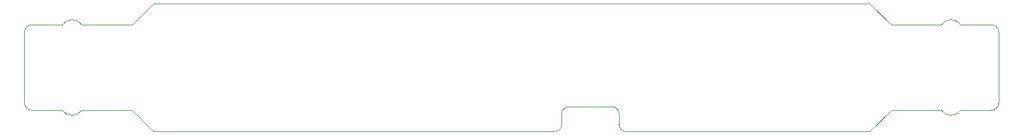
<source format=gbr>
G04 #@! TF.GenerationSoftware,KiCad,Pcbnew,(5.1.12)-1*
G04 #@! TF.CreationDate,2022-04-24T17:31:39-07:00*
G04 #@! TF.ProjectId,MultimeterTest,4d756c74-696d-4657-9465-72546573742e,rev?*
G04 #@! TF.SameCoordinates,Original*
G04 #@! TF.FileFunction,Profile,NP*
%FSLAX46Y46*%
G04 Gerber Fmt 4.6, Leading zero omitted, Abs format (unit mm)*
G04 Created by KiCad (PCBNEW (5.1.12)-1) date 2022-04-24 17:31:39*
%MOMM*%
%LPD*%
G01*
G04 APERTURE LIST*
G04 #@! TA.AperFunction,Profile*
%ADD10C,0.050000*%
G04 #@! TD*
G04 APERTURE END LIST*
D10*
X150000000Y-46500000D02*
X150000000Y-48000000D01*
X143000000Y-45500000D02*
X149000000Y-45500000D01*
X142000000Y-48000000D02*
X142000000Y-46500000D01*
X149000000Y-45500000D02*
G75*
G02*
X150000000Y-46500000I0J-1000000D01*
G01*
X142000000Y-46500000D02*
G75*
G02*
X143000000Y-45500000I1000000J0D01*
G01*
X142000000Y-48000000D02*
G75*
G02*
X141000000Y-49000000I-1000000J0D01*
G01*
X151000000Y-49000000D02*
G75*
G02*
X150000000Y-48000000I0J1000000D01*
G01*
X151000000Y-49000000D02*
X185000000Y-49000000D01*
X185000000Y-31000000D02*
X188000000Y-34000000D01*
X188000000Y-46000000D02*
X185000000Y-49000000D01*
X202000000Y-46000000D02*
X197719267Y-46001082D01*
X203000000Y-35000000D02*
X203000000Y-45000000D01*
X202000000Y-34000000D02*
G75*
G02*
X203000000Y-35000000I0J-1000000D01*
G01*
X203000000Y-45000000D02*
G75*
G02*
X202000000Y-46000000I-1000000J0D01*
G01*
X195000000Y-46000000D02*
X188000000Y-46000000D01*
X195001606Y-33998918D02*
X188000000Y-34000000D01*
X195001606Y-33998918D02*
G75*
G02*
X197720873Y-34000000I1359267J-921082D01*
G01*
X202000000Y-34000000D02*
X197720873Y-34000000D01*
X197719267Y-46001082D02*
G75*
G02*
X195000000Y-46000000I-1359267J921082D01*
G01*
X68000000Y-46000000D02*
X72279127Y-46000000D01*
X74998394Y-46001082D02*
G75*
G02*
X72279127Y-46000000I-1359267J921082D01*
G01*
X72280733Y-33998918D02*
G75*
G02*
X75000000Y-34000000I1359267J-921082D01*
G01*
X74998394Y-46001082D02*
X82000000Y-46000000D01*
X75000000Y-34000000D02*
X82000000Y-34000000D01*
X68000000Y-46000000D02*
G75*
G02*
X67000000Y-45000000I0J1000000D01*
G01*
X67000000Y-35000000D02*
G75*
G02*
X68000000Y-34000000I1000000J0D01*
G01*
X67000000Y-45000000D02*
X67000000Y-35000000D01*
X85000000Y-49000000D02*
X82000000Y-46000000D01*
X185000000Y-31000000D02*
X85000000Y-31000000D01*
X85000000Y-49000000D02*
X141000000Y-49000000D01*
X85000000Y-31000000D02*
X82000000Y-34000000D01*
X68000000Y-34000000D02*
X72280733Y-33998918D01*
M02*

</source>
